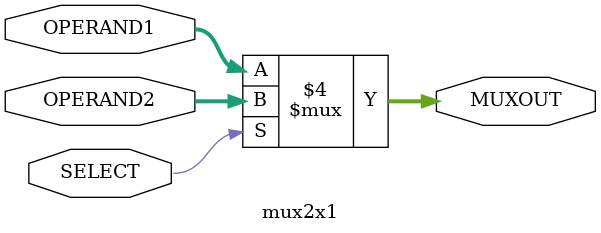
<source format=v>
`timescale 1ns/100ps

module mux2x1(SELECT,OPERAND1,OPERAND2,MUXOUT);

    //INITIALISE
    input [7:0]OPERAND1,OPERAND2;
    input SELECT;
    output reg [7:0] MUXOUT;
    
    //AT INPUT CHANGES
    always@(*)
    begin
        //IF 0 SELECT OPERAND1
  	    if(SELECT==1'b0)
  	        MUXOUT=OPERAND1;

        //IF 1 SELECT OPERAND2  
  	    else
  	        MUXOUT=OPERAND2;
  	end

endmodule
</source>
